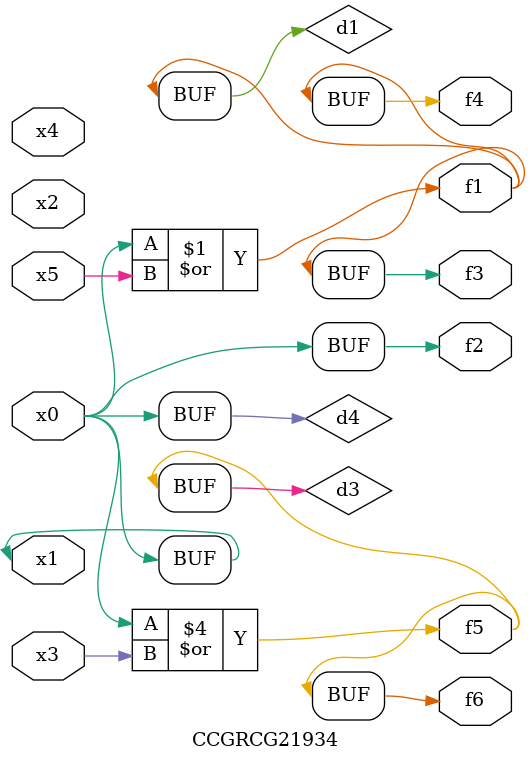
<source format=v>
module CCGRCG21934(
	input x0, x1, x2, x3, x4, x5,
	output f1, f2, f3, f4, f5, f6
);

	wire d1, d2, d3, d4;

	or (d1, x0, x5);
	xnor (d2, x1, x4);
	or (d3, x0, x3);
	buf (d4, x0, x1);
	assign f1 = d1;
	assign f2 = d4;
	assign f3 = d1;
	assign f4 = d1;
	assign f5 = d3;
	assign f6 = d3;
endmodule

</source>
